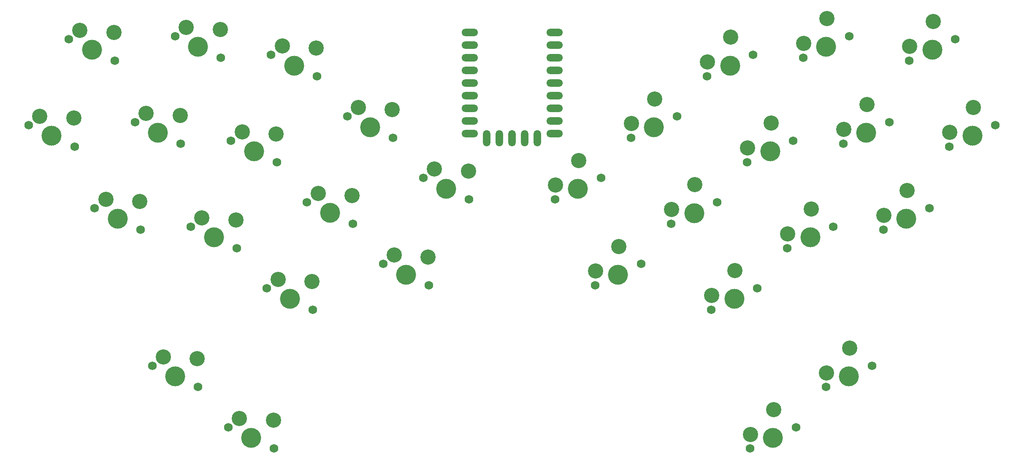
<source format=gts>
G04 #@! TF.GenerationSoftware,KiCad,Pcbnew,7.0.1*
G04 #@! TF.CreationDate,2024-05-26T16:47:26-04:00*
G04 #@! TF.ProjectId,30,33302e6b-6963-4616-945f-706362585858,rev?*
G04 #@! TF.SameCoordinates,Original*
G04 #@! TF.FileFunction,Soldermask,Top*
G04 #@! TF.FilePolarity,Negative*
%FSLAX46Y46*%
G04 Gerber Fmt 4.6, Leading zero omitted, Abs format (unit mm)*
G04 Created by KiCad (PCBNEW 7.0.1) date 2024-05-26 16:47:26*
%MOMM*%
%LPD*%
G01*
G04 APERTURE LIST*
%ADD10O,3.290000X1.500000*%
%ADD11O,1.500000X3.290000*%
%ADD12C,3.050000*%
%ADD13C,4.000000*%
%ADD14C,1.750000*%
G04 APERTURE END LIST*
D10*
X113659000Y-34798000D03*
X113659000Y-37338000D03*
X113659000Y-39878000D03*
X113659000Y-42418000D03*
X113659000Y-44958000D03*
X113659000Y-47498000D03*
X113659000Y-50038000D03*
X113659000Y-52578000D03*
X113659000Y-55118000D03*
D11*
X117094000Y-56013000D03*
X119634000Y-56013000D03*
X122174000Y-56013000D03*
X124714000Y-56013000D03*
X127254000Y-56013000D03*
D10*
X130689000Y-55118000D03*
X130689000Y-52578000D03*
X130689000Y-50038000D03*
X130689000Y-47498000D03*
X130689000Y-44958000D03*
X130689000Y-42418000D03*
X130689000Y-39878000D03*
X130689000Y-37338000D03*
X130689000Y-34798000D03*
D12*
X185214903Y-103195514D03*
X189896507Y-98209866D03*
D13*
X189741386Y-103887360D03*
D14*
X185137342Y-106034261D03*
X194345430Y-101740459D03*
D12*
X169962459Y-115562683D03*
X174644063Y-110577035D03*
D13*
X174488942Y-116254529D03*
D14*
X169884898Y-118401430D03*
X179092986Y-114107628D03*
D12*
X67439305Y-112340022D03*
X74267810Y-112721626D03*
D13*
X69818887Y-116252219D03*
D14*
X65214843Y-114105318D03*
X74422931Y-118399120D03*
D12*
X52186861Y-99972853D03*
X59015366Y-100354457D03*
D13*
X54566443Y-103885050D03*
D14*
X49962399Y-101738149D03*
X59170487Y-106031951D03*
D12*
X196732760Y-71550462D03*
X201414364Y-66564814D03*
D13*
X201259243Y-72242308D03*
D14*
X196655199Y-74389209D03*
X205863287Y-70095407D03*
D12*
X177454877Y-75285049D03*
X182136481Y-70299401D03*
D13*
X181981360Y-75976895D03*
D14*
X177377316Y-78123796D03*
X186585404Y-73829994D03*
D12*
X162202433Y-87652218D03*
X166884037Y-82666570D03*
D13*
X166728916Y-88344064D03*
D14*
X162124872Y-90490965D03*
X171332960Y-86197163D03*
D12*
X75199331Y-84429557D03*
X82027836Y-84811161D03*
D13*
X77578913Y-88341754D03*
D14*
X72974869Y-86194853D03*
X82182957Y-90488655D03*
D12*
X59946887Y-72062388D03*
X66775392Y-72443992D03*
D13*
X62326469Y-75974585D03*
D14*
X57722425Y-73827684D03*
X66930513Y-78121486D03*
D12*
X40669004Y-68327801D03*
X47497509Y-68709405D03*
D13*
X43048586Y-72239998D03*
D14*
X38444542Y-70093097D03*
X47652630Y-74386899D03*
D12*
X209972484Y-54867003D03*
X214654088Y-49881355D03*
D13*
X214498967Y-55558849D03*
D14*
X209894923Y-57705750D03*
X219103011Y-53411948D03*
D12*
X188681882Y-54285299D03*
X193363486Y-49299651D03*
D13*
X193208365Y-54977145D03*
D14*
X188604321Y-57124046D03*
X197812409Y-52830244D03*
D12*
X169403999Y-58019886D03*
X174085603Y-53034238D03*
D13*
X173930482Y-58711732D03*
D14*
X169326438Y-60858633D03*
X178534526Y-56564831D03*
D12*
X154151555Y-70387055D03*
X158833159Y-65401407D03*
D13*
X158678038Y-71078901D03*
D14*
X154073994Y-73225802D03*
X163282082Y-68932000D03*
D12*
X138899111Y-82754224D03*
X143580715Y-77768576D03*
D13*
X143425594Y-83446070D03*
D14*
X138821550Y-85592971D03*
X148029638Y-81299169D03*
D12*
X98502653Y-79531563D03*
X105331158Y-79913167D03*
D13*
X100882235Y-83443760D03*
D14*
X96278191Y-81296859D03*
X105486279Y-85590661D03*
D12*
X83250209Y-67164394D03*
X90078714Y-67545998D03*
D13*
X85629791Y-71076591D03*
D14*
X81025747Y-68929690D03*
X90233835Y-73223492D03*
D12*
X67997765Y-54797225D03*
X74826270Y-55178829D03*
D13*
X70377347Y-58709422D03*
D14*
X65773303Y-56562521D03*
X74981391Y-60856323D03*
D12*
X48719882Y-51062638D03*
X55548387Y-51444242D03*
D13*
X51099464Y-54974835D03*
D14*
X46495420Y-52827934D03*
X55703508Y-57121736D03*
D12*
X27429280Y-51644342D03*
X34257785Y-52025946D03*
D13*
X29808862Y-55556539D03*
D14*
X25204818Y-53409638D03*
X34412906Y-57703440D03*
D12*
X201921606Y-37601839D03*
X206603210Y-32616191D03*
D13*
X206448089Y-38293685D03*
D14*
X201844045Y-40440586D03*
X211052133Y-36146784D03*
D12*
X180631004Y-37020136D03*
X185312608Y-32034488D03*
D13*
X185157487Y-37711982D03*
D14*
X180553443Y-39858883D03*
X189761531Y-35565081D03*
D12*
X161353121Y-40754723D03*
X166034725Y-35769075D03*
D13*
X165879604Y-41446569D03*
D14*
X161275560Y-43593470D03*
X170483648Y-39299668D03*
D12*
X146100677Y-53121891D03*
X150782281Y-48136243D03*
D13*
X150627160Y-53813737D03*
D14*
X146023116Y-55960638D03*
X155231204Y-51666836D03*
D12*
X130848233Y-65489060D03*
X135529837Y-60503412D03*
D13*
X135374716Y-66180906D03*
D14*
X130770672Y-68327807D03*
X139978760Y-64034005D03*
D12*
X106553531Y-62266399D03*
X113382036Y-62648003D03*
D13*
X108933113Y-66178596D03*
D14*
X104329069Y-64031695D03*
X113537157Y-68325497D03*
D12*
X91301087Y-49899230D03*
X98129592Y-50280834D03*
D13*
X93680669Y-53811427D03*
D14*
X89076625Y-51664526D03*
X98284713Y-55958328D03*
D12*
X76048643Y-37532062D03*
X82877148Y-37913666D03*
D13*
X78428225Y-41444259D03*
D14*
X73824181Y-39297358D03*
X83032269Y-43591160D03*
D12*
X56770760Y-33797475D03*
X63599265Y-34179079D03*
D13*
X59150342Y-37709672D03*
D14*
X54546298Y-35562771D03*
X63754386Y-39856573D03*
D12*
X35480158Y-34379178D03*
X42308663Y-34760782D03*
D13*
X37859740Y-38291375D03*
D14*
X33255696Y-36144474D03*
X42463784Y-40438276D03*
M02*

</source>
